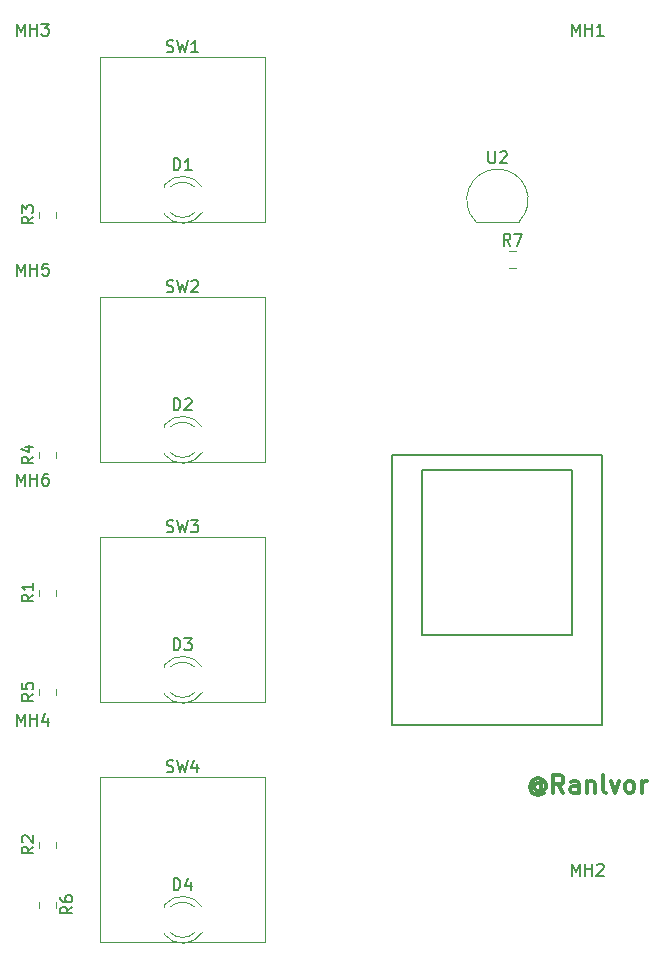
<source format=gto>
G04 #@! TF.GenerationSoftware,KiCad,Pcbnew,5.0.0-fee4fd1~66~ubuntu16.04.1*
G04 #@! TF.CreationDate,2018-08-10T21:55:03+02:00*
G04 #@! TF.ProjectId,ESP-Cerry,4553502D43657272792E6B696361645F,rev?*
G04 #@! TF.SameCoordinates,Original*
G04 #@! TF.FileFunction,Legend,Top*
G04 #@! TF.FilePolarity,Positive*
%FSLAX46Y46*%
G04 Gerber Fmt 4.6, Leading zero omitted, Abs format (unit mm)*
G04 Created by KiCad (PCBNEW 5.0.0-fee4fd1~66~ubuntu16.04.1) date Fri Aug 10 21:55:03 2018*
%MOMM*%
%LPD*%
G01*
G04 APERTURE LIST*
%ADD10C,0.300000*%
%ADD11C,0.150000*%
%ADD12C,0.120000*%
G04 APERTURE END LIST*
D10*
X180257142Y-87594285D02*
X180185714Y-87522857D01*
X180042857Y-87451428D01*
X179900000Y-87451428D01*
X179757142Y-87522857D01*
X179685714Y-87594285D01*
X179614285Y-87737142D01*
X179614285Y-87880000D01*
X179685714Y-88022857D01*
X179757142Y-88094285D01*
X179900000Y-88165714D01*
X180042857Y-88165714D01*
X180185714Y-88094285D01*
X180257142Y-88022857D01*
X180257142Y-87451428D02*
X180257142Y-88022857D01*
X180328571Y-88094285D01*
X180400000Y-88094285D01*
X180542857Y-88022857D01*
X180614285Y-87880000D01*
X180614285Y-87522857D01*
X180471428Y-87308571D01*
X180257142Y-87165714D01*
X179971428Y-87094285D01*
X179685714Y-87165714D01*
X179471428Y-87308571D01*
X179328571Y-87522857D01*
X179257142Y-87808571D01*
X179328571Y-88094285D01*
X179471428Y-88308571D01*
X179685714Y-88451428D01*
X179971428Y-88522857D01*
X180257142Y-88451428D01*
X180471428Y-88308571D01*
X182114285Y-88308571D02*
X181614285Y-87594285D01*
X181257142Y-88308571D02*
X181257142Y-86808571D01*
X181828571Y-86808571D01*
X181971428Y-86880000D01*
X182042857Y-86951428D01*
X182114285Y-87094285D01*
X182114285Y-87308571D01*
X182042857Y-87451428D01*
X181971428Y-87522857D01*
X181828571Y-87594285D01*
X181257142Y-87594285D01*
X183400000Y-88308571D02*
X183400000Y-87522857D01*
X183328571Y-87380000D01*
X183185714Y-87308571D01*
X182900000Y-87308571D01*
X182757142Y-87380000D01*
X183400000Y-88237142D02*
X183257142Y-88308571D01*
X182900000Y-88308571D01*
X182757142Y-88237142D01*
X182685714Y-88094285D01*
X182685714Y-87951428D01*
X182757142Y-87808571D01*
X182900000Y-87737142D01*
X183257142Y-87737142D01*
X183400000Y-87665714D01*
X184114285Y-87308571D02*
X184114285Y-88308571D01*
X184114285Y-87451428D02*
X184185714Y-87380000D01*
X184328571Y-87308571D01*
X184542857Y-87308571D01*
X184685714Y-87380000D01*
X184757142Y-87522857D01*
X184757142Y-88308571D01*
X185685714Y-88308571D02*
X185542857Y-88237142D01*
X185471428Y-88094285D01*
X185471428Y-86808571D01*
X186114285Y-87308571D02*
X186471428Y-88308571D01*
X186828571Y-87308571D01*
X187614285Y-88308571D02*
X187471428Y-88237142D01*
X187400000Y-88165714D01*
X187328571Y-88022857D01*
X187328571Y-87594285D01*
X187400000Y-87451428D01*
X187471428Y-87380000D01*
X187614285Y-87308571D01*
X187828571Y-87308571D01*
X187971428Y-87380000D01*
X188042857Y-87451428D01*
X188114285Y-87594285D01*
X188114285Y-88022857D01*
X188042857Y-88165714D01*
X187971428Y-88237142D01*
X187828571Y-88308571D01*
X187614285Y-88308571D01*
X188757142Y-88308571D02*
X188757142Y-87308571D01*
X188757142Y-87594285D02*
X188828571Y-87451428D01*
X188900000Y-87380000D01*
X189042857Y-87308571D01*
X189185714Y-87308571D01*
D11*
G04 #@! TO.C,U1*
X170180000Y-60960000D02*
X170180000Y-74930000D01*
X170180000Y-74930000D02*
X182880000Y-74930000D01*
X182880000Y-74930000D02*
X182880000Y-60960000D01*
X182880000Y-60960000D02*
X170180000Y-60960000D01*
X167640000Y-59690000D02*
X185420000Y-59690000D01*
X185420000Y-59690000D02*
X185420000Y-82550000D01*
X185420000Y-82550000D02*
X167640000Y-82550000D01*
X167640000Y-82550000D02*
X167640000Y-59690000D01*
D12*
G04 #@! TO.C,D1*
X148300000Y-39180000D02*
X148300000Y-39336000D01*
X148300000Y-36864000D02*
X148300000Y-37020000D01*
X150901130Y-39179837D02*
G75*
G02X148819039Y-39180000I-1041130J1079837D01*
G01*
X150901130Y-37020163D02*
G75*
G03X148819039Y-37020000I-1041130J-1079837D01*
G01*
X151532335Y-39178608D02*
G75*
G02X148300000Y-39335516I-1672335J1078608D01*
G01*
X151532335Y-37021392D02*
G75*
G03X148300000Y-36864484I-1672335J-1078608D01*
G01*
G04 #@! TO.C,D2*
X151532335Y-57341392D02*
G75*
G03X148300000Y-57184484I-1672335J-1078608D01*
G01*
X151532335Y-59498608D02*
G75*
G02X148300000Y-59655516I-1672335J1078608D01*
G01*
X150901130Y-57340163D02*
G75*
G03X148819039Y-57340000I-1041130J-1079837D01*
G01*
X150901130Y-59499837D02*
G75*
G02X148819039Y-59500000I-1041130J1079837D01*
G01*
X148300000Y-57184000D02*
X148300000Y-57340000D01*
X148300000Y-59500000D02*
X148300000Y-59656000D01*
G04 #@! TO.C,D3*
X148300000Y-79820000D02*
X148300000Y-79976000D01*
X148300000Y-77504000D02*
X148300000Y-77660000D01*
X150901130Y-79819837D02*
G75*
G02X148819039Y-79820000I-1041130J1079837D01*
G01*
X150901130Y-77660163D02*
G75*
G03X148819039Y-77660000I-1041130J-1079837D01*
G01*
X151532335Y-79818608D02*
G75*
G02X148300000Y-79975516I-1672335J1078608D01*
G01*
X151532335Y-77661392D02*
G75*
G03X148300000Y-77504484I-1672335J-1078608D01*
G01*
G04 #@! TO.C,D4*
X151532335Y-97981392D02*
G75*
G03X148300000Y-97824484I-1672335J-1078608D01*
G01*
X151532335Y-100138608D02*
G75*
G02X148300000Y-100295516I-1672335J1078608D01*
G01*
X150901130Y-97980163D02*
G75*
G03X148819039Y-97980000I-1041130J-1079837D01*
G01*
X150901130Y-100139837D02*
G75*
G02X148819039Y-100140000I-1041130J1079837D01*
G01*
X148300000Y-97824000D02*
X148300000Y-97980000D01*
X148300000Y-100140000D02*
X148300000Y-100296000D01*
G04 #@! TO.C,R1*
X137720000Y-71626252D02*
X137720000Y-71103748D01*
X139140000Y-71626252D02*
X139140000Y-71103748D01*
G04 #@! TO.C,R2*
X139140000Y-92971252D02*
X139140000Y-92448748D01*
X137720000Y-92971252D02*
X137720000Y-92448748D01*
G04 #@! TO.C,R3*
X137720000Y-39631252D02*
X137720000Y-39108748D01*
X139140000Y-39631252D02*
X139140000Y-39108748D01*
G04 #@! TO.C,R4*
X139140000Y-59951252D02*
X139140000Y-59428748D01*
X137720000Y-59951252D02*
X137720000Y-59428748D01*
G04 #@! TO.C,R5*
X137720000Y-80026252D02*
X137720000Y-79503748D01*
X139140000Y-80026252D02*
X139140000Y-79503748D01*
G04 #@! TO.C,R6*
X137720000Y-97528748D02*
X137720000Y-98051252D01*
X139140000Y-97528748D02*
X139140000Y-98051252D01*
G04 #@! TO.C,SW1*
X142875000Y-26035000D02*
X156845000Y-26035000D01*
X156845000Y-26035000D02*
X156845000Y-40005000D01*
X156845000Y-40005000D02*
X142875000Y-40005000D01*
X142875000Y-40005000D02*
X142875000Y-26035000D01*
G04 #@! TO.C,SW2*
X142875000Y-60325000D02*
X142875000Y-46355000D01*
X156845000Y-60325000D02*
X142875000Y-60325000D01*
X156845000Y-46355000D02*
X156845000Y-60325000D01*
X142875000Y-46355000D02*
X156845000Y-46355000D01*
G04 #@! TO.C,SW3*
X142875000Y-66675000D02*
X156845000Y-66675000D01*
X156845000Y-66675000D02*
X156845000Y-80645000D01*
X156845000Y-80645000D02*
X142875000Y-80645000D01*
X142875000Y-80645000D02*
X142875000Y-66675000D01*
G04 #@! TO.C,SW4*
X142875000Y-100965000D02*
X142875000Y-86995000D01*
X156845000Y-100965000D02*
X142875000Y-100965000D01*
X156845000Y-86995000D02*
X156845000Y-100965000D01*
X142875000Y-86995000D02*
X156845000Y-86995000D01*
G04 #@! TO.C,R7*
X177538748Y-42470000D02*
X178061252Y-42470000D01*
X177538748Y-43890000D02*
X178061252Y-43890000D01*
G04 #@! TO.C,U2*
X174730000Y-39950000D02*
X178330000Y-39950000D01*
X174691522Y-39938478D02*
G75*
G02X176530000Y-35500000I1838478J1838478D01*
G01*
X178368478Y-39938478D02*
G75*
G03X176530000Y-35500000I-1838478J1838478D01*
G01*
G04 #@! TO.C,D1*
D11*
X149121904Y-35592380D02*
X149121904Y-34592380D01*
X149360000Y-34592380D01*
X149502857Y-34640000D01*
X149598095Y-34735238D01*
X149645714Y-34830476D01*
X149693333Y-35020952D01*
X149693333Y-35163809D01*
X149645714Y-35354285D01*
X149598095Y-35449523D01*
X149502857Y-35544761D01*
X149360000Y-35592380D01*
X149121904Y-35592380D01*
X150645714Y-35592380D02*
X150074285Y-35592380D01*
X150360000Y-35592380D02*
X150360000Y-34592380D01*
X150264761Y-34735238D01*
X150169523Y-34830476D01*
X150074285Y-34878095D01*
G04 #@! TO.C,D2*
X149121904Y-55912380D02*
X149121904Y-54912380D01*
X149360000Y-54912380D01*
X149502857Y-54960000D01*
X149598095Y-55055238D01*
X149645714Y-55150476D01*
X149693333Y-55340952D01*
X149693333Y-55483809D01*
X149645714Y-55674285D01*
X149598095Y-55769523D01*
X149502857Y-55864761D01*
X149360000Y-55912380D01*
X149121904Y-55912380D01*
X150074285Y-55007619D02*
X150121904Y-54960000D01*
X150217142Y-54912380D01*
X150455238Y-54912380D01*
X150550476Y-54960000D01*
X150598095Y-55007619D01*
X150645714Y-55102857D01*
X150645714Y-55198095D01*
X150598095Y-55340952D01*
X150026666Y-55912380D01*
X150645714Y-55912380D01*
G04 #@! TO.C,D3*
X149121904Y-76232380D02*
X149121904Y-75232380D01*
X149360000Y-75232380D01*
X149502857Y-75280000D01*
X149598095Y-75375238D01*
X149645714Y-75470476D01*
X149693333Y-75660952D01*
X149693333Y-75803809D01*
X149645714Y-75994285D01*
X149598095Y-76089523D01*
X149502857Y-76184761D01*
X149360000Y-76232380D01*
X149121904Y-76232380D01*
X150026666Y-75232380D02*
X150645714Y-75232380D01*
X150312380Y-75613333D01*
X150455238Y-75613333D01*
X150550476Y-75660952D01*
X150598095Y-75708571D01*
X150645714Y-75803809D01*
X150645714Y-76041904D01*
X150598095Y-76137142D01*
X150550476Y-76184761D01*
X150455238Y-76232380D01*
X150169523Y-76232380D01*
X150074285Y-76184761D01*
X150026666Y-76137142D01*
G04 #@! TO.C,D4*
X149121904Y-96552380D02*
X149121904Y-95552380D01*
X149360000Y-95552380D01*
X149502857Y-95600000D01*
X149598095Y-95695238D01*
X149645714Y-95790476D01*
X149693333Y-95980952D01*
X149693333Y-96123809D01*
X149645714Y-96314285D01*
X149598095Y-96409523D01*
X149502857Y-96504761D01*
X149360000Y-96552380D01*
X149121904Y-96552380D01*
X150550476Y-95885714D02*
X150550476Y-96552380D01*
X150312380Y-95504761D02*
X150074285Y-96219047D01*
X150693333Y-96219047D01*
G04 #@! TO.C,R1*
X137232380Y-71531666D02*
X136756190Y-71865000D01*
X137232380Y-72103095D02*
X136232380Y-72103095D01*
X136232380Y-71722142D01*
X136280000Y-71626904D01*
X136327619Y-71579285D01*
X136422857Y-71531666D01*
X136565714Y-71531666D01*
X136660952Y-71579285D01*
X136708571Y-71626904D01*
X136756190Y-71722142D01*
X136756190Y-72103095D01*
X137232380Y-70579285D02*
X137232380Y-71150714D01*
X137232380Y-70865000D02*
X136232380Y-70865000D01*
X136375238Y-70960238D01*
X136470476Y-71055476D01*
X136518095Y-71150714D01*
G04 #@! TO.C,R2*
X137232380Y-92876666D02*
X136756190Y-93210000D01*
X137232380Y-93448095D02*
X136232380Y-93448095D01*
X136232380Y-93067142D01*
X136280000Y-92971904D01*
X136327619Y-92924285D01*
X136422857Y-92876666D01*
X136565714Y-92876666D01*
X136660952Y-92924285D01*
X136708571Y-92971904D01*
X136756190Y-93067142D01*
X136756190Y-93448095D01*
X136327619Y-92495714D02*
X136280000Y-92448095D01*
X136232380Y-92352857D01*
X136232380Y-92114761D01*
X136280000Y-92019523D01*
X136327619Y-91971904D01*
X136422857Y-91924285D01*
X136518095Y-91924285D01*
X136660952Y-91971904D01*
X137232380Y-92543333D01*
X137232380Y-91924285D01*
G04 #@! TO.C,R3*
X137232380Y-39536666D02*
X136756190Y-39870000D01*
X137232380Y-40108095D02*
X136232380Y-40108095D01*
X136232380Y-39727142D01*
X136280000Y-39631904D01*
X136327619Y-39584285D01*
X136422857Y-39536666D01*
X136565714Y-39536666D01*
X136660952Y-39584285D01*
X136708571Y-39631904D01*
X136756190Y-39727142D01*
X136756190Y-40108095D01*
X136232380Y-39203333D02*
X136232380Y-38584285D01*
X136613333Y-38917619D01*
X136613333Y-38774761D01*
X136660952Y-38679523D01*
X136708571Y-38631904D01*
X136803809Y-38584285D01*
X137041904Y-38584285D01*
X137137142Y-38631904D01*
X137184761Y-38679523D01*
X137232380Y-38774761D01*
X137232380Y-39060476D01*
X137184761Y-39155714D01*
X137137142Y-39203333D01*
G04 #@! TO.C,R4*
X137232380Y-59856666D02*
X136756190Y-60190000D01*
X137232380Y-60428095D02*
X136232380Y-60428095D01*
X136232380Y-60047142D01*
X136280000Y-59951904D01*
X136327619Y-59904285D01*
X136422857Y-59856666D01*
X136565714Y-59856666D01*
X136660952Y-59904285D01*
X136708571Y-59951904D01*
X136756190Y-60047142D01*
X136756190Y-60428095D01*
X136565714Y-58999523D02*
X137232380Y-58999523D01*
X136184761Y-59237619D02*
X136899047Y-59475714D01*
X136899047Y-58856666D01*
G04 #@! TO.C,R5*
X137232380Y-79931666D02*
X136756190Y-80265000D01*
X137232380Y-80503095D02*
X136232380Y-80503095D01*
X136232380Y-80122142D01*
X136280000Y-80026904D01*
X136327619Y-79979285D01*
X136422857Y-79931666D01*
X136565714Y-79931666D01*
X136660952Y-79979285D01*
X136708571Y-80026904D01*
X136756190Y-80122142D01*
X136756190Y-80503095D01*
X136232380Y-79026904D02*
X136232380Y-79503095D01*
X136708571Y-79550714D01*
X136660952Y-79503095D01*
X136613333Y-79407857D01*
X136613333Y-79169761D01*
X136660952Y-79074523D01*
X136708571Y-79026904D01*
X136803809Y-78979285D01*
X137041904Y-78979285D01*
X137137142Y-79026904D01*
X137184761Y-79074523D01*
X137232380Y-79169761D01*
X137232380Y-79407857D01*
X137184761Y-79503095D01*
X137137142Y-79550714D01*
G04 #@! TO.C,R6*
X140532380Y-97956666D02*
X140056190Y-98290000D01*
X140532380Y-98528095D02*
X139532380Y-98528095D01*
X139532380Y-98147142D01*
X139580000Y-98051904D01*
X139627619Y-98004285D01*
X139722857Y-97956666D01*
X139865714Y-97956666D01*
X139960952Y-98004285D01*
X140008571Y-98051904D01*
X140056190Y-98147142D01*
X140056190Y-98528095D01*
X139532380Y-97099523D02*
X139532380Y-97290000D01*
X139580000Y-97385238D01*
X139627619Y-97432857D01*
X139770476Y-97528095D01*
X139960952Y-97575714D01*
X140341904Y-97575714D01*
X140437142Y-97528095D01*
X140484761Y-97480476D01*
X140532380Y-97385238D01*
X140532380Y-97194761D01*
X140484761Y-97099523D01*
X140437142Y-97051904D01*
X140341904Y-97004285D01*
X140103809Y-97004285D01*
X140008571Y-97051904D01*
X139960952Y-97099523D01*
X139913333Y-97194761D01*
X139913333Y-97385238D01*
X139960952Y-97480476D01*
X140008571Y-97528095D01*
X140103809Y-97575714D01*
G04 #@! TO.C,SW1*
X148526666Y-25550761D02*
X148669523Y-25598380D01*
X148907619Y-25598380D01*
X149002857Y-25550761D01*
X149050476Y-25503142D01*
X149098095Y-25407904D01*
X149098095Y-25312666D01*
X149050476Y-25217428D01*
X149002857Y-25169809D01*
X148907619Y-25122190D01*
X148717142Y-25074571D01*
X148621904Y-25026952D01*
X148574285Y-24979333D01*
X148526666Y-24884095D01*
X148526666Y-24788857D01*
X148574285Y-24693619D01*
X148621904Y-24646000D01*
X148717142Y-24598380D01*
X148955238Y-24598380D01*
X149098095Y-24646000D01*
X149431428Y-24598380D02*
X149669523Y-25598380D01*
X149860000Y-24884095D01*
X150050476Y-25598380D01*
X150288571Y-24598380D01*
X151193333Y-25598380D02*
X150621904Y-25598380D01*
X150907619Y-25598380D02*
X150907619Y-24598380D01*
X150812380Y-24741238D01*
X150717142Y-24836476D01*
X150621904Y-24884095D01*
G04 #@! TO.C,SW2*
X148526666Y-45870761D02*
X148669523Y-45918380D01*
X148907619Y-45918380D01*
X149002857Y-45870761D01*
X149050476Y-45823142D01*
X149098095Y-45727904D01*
X149098095Y-45632666D01*
X149050476Y-45537428D01*
X149002857Y-45489809D01*
X148907619Y-45442190D01*
X148717142Y-45394571D01*
X148621904Y-45346952D01*
X148574285Y-45299333D01*
X148526666Y-45204095D01*
X148526666Y-45108857D01*
X148574285Y-45013619D01*
X148621904Y-44966000D01*
X148717142Y-44918380D01*
X148955238Y-44918380D01*
X149098095Y-44966000D01*
X149431428Y-44918380D02*
X149669523Y-45918380D01*
X149860000Y-45204095D01*
X150050476Y-45918380D01*
X150288571Y-44918380D01*
X150621904Y-45013619D02*
X150669523Y-44966000D01*
X150764761Y-44918380D01*
X151002857Y-44918380D01*
X151098095Y-44966000D01*
X151145714Y-45013619D01*
X151193333Y-45108857D01*
X151193333Y-45204095D01*
X151145714Y-45346952D01*
X150574285Y-45918380D01*
X151193333Y-45918380D01*
G04 #@! TO.C,SW3*
X148526666Y-66190761D02*
X148669523Y-66238380D01*
X148907619Y-66238380D01*
X149002857Y-66190761D01*
X149050476Y-66143142D01*
X149098095Y-66047904D01*
X149098095Y-65952666D01*
X149050476Y-65857428D01*
X149002857Y-65809809D01*
X148907619Y-65762190D01*
X148717142Y-65714571D01*
X148621904Y-65666952D01*
X148574285Y-65619333D01*
X148526666Y-65524095D01*
X148526666Y-65428857D01*
X148574285Y-65333619D01*
X148621904Y-65286000D01*
X148717142Y-65238380D01*
X148955238Y-65238380D01*
X149098095Y-65286000D01*
X149431428Y-65238380D02*
X149669523Y-66238380D01*
X149860000Y-65524095D01*
X150050476Y-66238380D01*
X150288571Y-65238380D01*
X150574285Y-65238380D02*
X151193333Y-65238380D01*
X150860000Y-65619333D01*
X151002857Y-65619333D01*
X151098095Y-65666952D01*
X151145714Y-65714571D01*
X151193333Y-65809809D01*
X151193333Y-66047904D01*
X151145714Y-66143142D01*
X151098095Y-66190761D01*
X151002857Y-66238380D01*
X150717142Y-66238380D01*
X150621904Y-66190761D01*
X150574285Y-66143142D01*
G04 #@! TO.C,SW4*
X148526666Y-86510761D02*
X148669523Y-86558380D01*
X148907619Y-86558380D01*
X149002857Y-86510761D01*
X149050476Y-86463142D01*
X149098095Y-86367904D01*
X149098095Y-86272666D01*
X149050476Y-86177428D01*
X149002857Y-86129809D01*
X148907619Y-86082190D01*
X148717142Y-86034571D01*
X148621904Y-85986952D01*
X148574285Y-85939333D01*
X148526666Y-85844095D01*
X148526666Y-85748857D01*
X148574285Y-85653619D01*
X148621904Y-85606000D01*
X148717142Y-85558380D01*
X148955238Y-85558380D01*
X149098095Y-85606000D01*
X149431428Y-85558380D02*
X149669523Y-86558380D01*
X149860000Y-85844095D01*
X150050476Y-86558380D01*
X150288571Y-85558380D01*
X151098095Y-85891714D02*
X151098095Y-86558380D01*
X150860000Y-85510761D02*
X150621904Y-86225047D01*
X151240952Y-86225047D01*
G04 #@! TO.C,MH1*
X182816666Y-24192380D02*
X182816666Y-23192380D01*
X183150000Y-23906666D01*
X183483333Y-23192380D01*
X183483333Y-24192380D01*
X183959523Y-24192380D02*
X183959523Y-23192380D01*
X183959523Y-23668571D02*
X184530952Y-23668571D01*
X184530952Y-24192380D02*
X184530952Y-23192380D01*
X185530952Y-24192380D02*
X184959523Y-24192380D01*
X185245238Y-24192380D02*
X185245238Y-23192380D01*
X185150000Y-23335238D01*
X185054761Y-23430476D01*
X184959523Y-23478095D01*
G04 #@! TO.C,MH2*
X182816666Y-95312380D02*
X182816666Y-94312380D01*
X183150000Y-95026666D01*
X183483333Y-94312380D01*
X183483333Y-95312380D01*
X183959523Y-95312380D02*
X183959523Y-94312380D01*
X183959523Y-94788571D02*
X184530952Y-94788571D01*
X184530952Y-95312380D02*
X184530952Y-94312380D01*
X184959523Y-94407619D02*
X185007142Y-94360000D01*
X185102380Y-94312380D01*
X185340476Y-94312380D01*
X185435714Y-94360000D01*
X185483333Y-94407619D01*
X185530952Y-94502857D01*
X185530952Y-94598095D01*
X185483333Y-94740952D01*
X184911904Y-95312380D01*
X185530952Y-95312380D01*
G04 #@! TO.C,MH3*
X135826666Y-24192380D02*
X135826666Y-23192380D01*
X136160000Y-23906666D01*
X136493333Y-23192380D01*
X136493333Y-24192380D01*
X136969523Y-24192380D02*
X136969523Y-23192380D01*
X136969523Y-23668571D02*
X137540952Y-23668571D01*
X137540952Y-24192380D02*
X137540952Y-23192380D01*
X137921904Y-23192380D02*
X138540952Y-23192380D01*
X138207619Y-23573333D01*
X138350476Y-23573333D01*
X138445714Y-23620952D01*
X138493333Y-23668571D01*
X138540952Y-23763809D01*
X138540952Y-24001904D01*
X138493333Y-24097142D01*
X138445714Y-24144761D01*
X138350476Y-24192380D01*
X138064761Y-24192380D01*
X137969523Y-24144761D01*
X137921904Y-24097142D01*
G04 #@! TO.C,MH4*
X135826666Y-82612380D02*
X135826666Y-81612380D01*
X136160000Y-82326666D01*
X136493333Y-81612380D01*
X136493333Y-82612380D01*
X136969523Y-82612380D02*
X136969523Y-81612380D01*
X136969523Y-82088571D02*
X137540952Y-82088571D01*
X137540952Y-82612380D02*
X137540952Y-81612380D01*
X138445714Y-81945714D02*
X138445714Y-82612380D01*
X138207619Y-81564761D02*
X137969523Y-82279047D01*
X138588571Y-82279047D01*
G04 #@! TO.C,MH5*
X135826666Y-44512380D02*
X135826666Y-43512380D01*
X136160000Y-44226666D01*
X136493333Y-43512380D01*
X136493333Y-44512380D01*
X136969523Y-44512380D02*
X136969523Y-43512380D01*
X136969523Y-43988571D02*
X137540952Y-43988571D01*
X137540952Y-44512380D02*
X137540952Y-43512380D01*
X138493333Y-43512380D02*
X138017142Y-43512380D01*
X137969523Y-43988571D01*
X138017142Y-43940952D01*
X138112380Y-43893333D01*
X138350476Y-43893333D01*
X138445714Y-43940952D01*
X138493333Y-43988571D01*
X138540952Y-44083809D01*
X138540952Y-44321904D01*
X138493333Y-44417142D01*
X138445714Y-44464761D01*
X138350476Y-44512380D01*
X138112380Y-44512380D01*
X138017142Y-44464761D01*
X137969523Y-44417142D01*
G04 #@! TO.C,MH6*
X135826666Y-62292380D02*
X135826666Y-61292380D01*
X136160000Y-62006666D01*
X136493333Y-61292380D01*
X136493333Y-62292380D01*
X136969523Y-62292380D02*
X136969523Y-61292380D01*
X136969523Y-61768571D02*
X137540952Y-61768571D01*
X137540952Y-62292380D02*
X137540952Y-61292380D01*
X138445714Y-61292380D02*
X138255238Y-61292380D01*
X138160000Y-61340000D01*
X138112380Y-61387619D01*
X138017142Y-61530476D01*
X137969523Y-61720952D01*
X137969523Y-62101904D01*
X138017142Y-62197142D01*
X138064761Y-62244761D01*
X138160000Y-62292380D01*
X138350476Y-62292380D01*
X138445714Y-62244761D01*
X138493333Y-62197142D01*
X138540952Y-62101904D01*
X138540952Y-61863809D01*
X138493333Y-61768571D01*
X138445714Y-61720952D01*
X138350476Y-61673333D01*
X138160000Y-61673333D01*
X138064761Y-61720952D01*
X138017142Y-61768571D01*
X137969523Y-61863809D01*
G04 #@! TO.C,*
G04 #@! TO.C,R7*
X177633333Y-41982380D02*
X177300000Y-41506190D01*
X177061904Y-41982380D02*
X177061904Y-40982380D01*
X177442857Y-40982380D01*
X177538095Y-41030000D01*
X177585714Y-41077619D01*
X177633333Y-41172857D01*
X177633333Y-41315714D01*
X177585714Y-41410952D01*
X177538095Y-41458571D01*
X177442857Y-41506190D01*
X177061904Y-41506190D01*
X177966666Y-40982380D02*
X178633333Y-40982380D01*
X178204761Y-41982380D01*
G04 #@! TO.C,U2*
X175768095Y-33992380D02*
X175768095Y-34801904D01*
X175815714Y-34897142D01*
X175863333Y-34944761D01*
X175958571Y-34992380D01*
X176149047Y-34992380D01*
X176244285Y-34944761D01*
X176291904Y-34897142D01*
X176339523Y-34801904D01*
X176339523Y-33992380D01*
X176768095Y-34087619D02*
X176815714Y-34040000D01*
X176910952Y-33992380D01*
X177149047Y-33992380D01*
X177244285Y-34040000D01*
X177291904Y-34087619D01*
X177339523Y-34182857D01*
X177339523Y-34278095D01*
X177291904Y-34420952D01*
X176720476Y-34992380D01*
X177339523Y-34992380D01*
G04 #@! TD*
M02*

</source>
